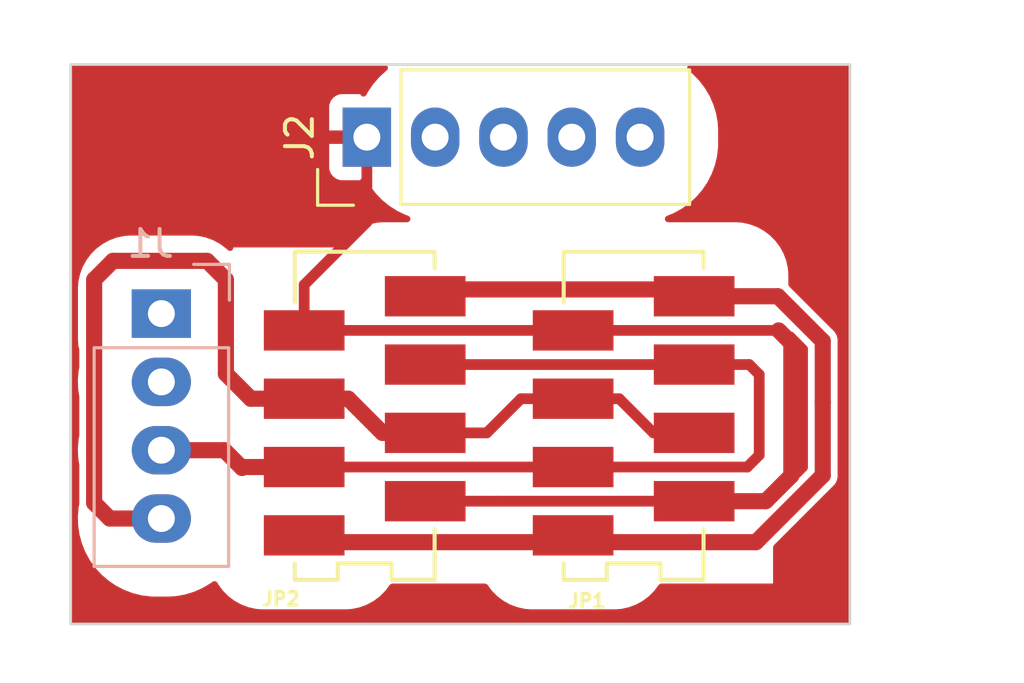
<source format=kicad_pcb>
(kicad_pcb (version 20221018) (generator pcbnew)
  (layers (0 "F.Cu" signal) (31 "B.Cu" signal) (34 "B.Paste" user) (35 "F.Paste" user) (36 "B.SilkS" user "B.Silkscreen") (37 "F.SilkS" user "F.Silkscreen") (38 "B.Mask" user) (39 "F.Mask" user) (44 "Edge.Cuts" user))
  (net 0 "")
  (net 3 "/CAN_L")
  (net 4 "/CAN_H")
  (net 8 "GND")
  (footprint "micromatch 8P.PcbLib:MM 8 CMS F" (layer "F.Cu") (at 144.710404 92.305208 -90)
    (fp_text reference "JP1" (at 2.729992 0.250004 unlocked) (layer "F.SilkS") (effects (font (size 0.5 0.5) (thickness 0.125)) (justify left bottom)))
    (fp_text value "Can_1" hide)
    (fp_line (start -10.545 0.349999) (end -10.545 -4.850001) (stroke (width 0.1524)) (layer "F.SilkS"))
    (fp_line (start -9.9314 -4.850001) (end -10.545 -4.850001) (stroke (width 0.1524)) (layer "F.SilkS"))
    (fp_line (start -8.6614 0.349999) (end -10.545 0.349999) (stroke (width 0.1524)) (layer "F.SilkS"))
    (fp_line (start 1.0414 -1.25) (end 1.0414 -3.250001) (stroke (width 0.1524)) (layer "F.SilkS"))
    (fp_line (start 1.655001 -4.850001) (end -0.2286 -4.850001) (stroke (width 0.1524)) (layer "F.SilkS"))
    (fp_line (start 1.655001 -3.250001) (end 1.0414 -3.250001) (stroke (width 0.1524)) (layer "F.SilkS"))
    (fp_line (start 1.655001 -3.250001) (end 1.655001 -4.850001) (stroke (width 0.1524)) (layer "F.SilkS"))
    (fp_line (start 1.655001 -1.25) (end 1.0414 -1.25) (stroke (width 0.1524)) (layer "F.SilkS"))
    (fp_line (start 1.655001 0.349999) (end 1.0414 0.349999) (stroke (width 0.1524)) (layer "F.SilkS"))
    (fp_line (start 1.655001 0.349999) (end 1.655001 -1.25) (stroke (width 0.1524)) (layer "F.SilkS"))
    (pad "1" smd rect (at 0 0 270) (size 1.5 3) (layers "F.Cu" "F.Paste" "F.Mask"))
    (pad "2" smd rect (at -1.27 -4.500001 270) (size 1.5 3) (layers "F.Cu" "F.Paste" "F.Mask") (net 8 "GND"))
    (pad "3" smd rect (at -2.54 0 270) (size 1.5 3) (layers "F.Cu" "F.Paste" "F.Mask") (net 3 "/CAN_L"))
    (pad "4" smd rect (at -3.81 -4.500001 270) (size 1.5 3) (layers "F.Cu" "F.Paste" "F.Mask") (net 4 "/CAN_H"))
    (pad "5" smd rect (at -5.08 0 270) (size 1.5 3) (layers "F.Cu" "F.Paste" "F.Mask") (net 4 "/CAN_H"))
    (pad "6" smd rect (at -6.35 -4.500001 270) (size 1.5 3) (layers "F.Cu" "F.Paste" "F.Mask") (net 3 "/CAN_L"))
    (pad "7" smd rect (at -7.62 0 270) (size 1.499997 3) (layers "F.Cu" "F.Paste" "F.Mask") (net 8 "GND"))
    (pad "8" smd rect (at -8.89 -4.500001 270) (size 1.499997 3) (layers "F.Cu" "F.Paste" "F.Mask"))
  )
  (footprint "FootprintGamelGe2_v6:Autocom5" (layer "F.Cu") (at 137.04 77.5 90)
    (fp_text reference "J2" (at 0 -2.5 90) (layer "F.SilkS"))
    (fp_text value "Autocom5")
    (fp_line (start -2.53 -1.83) (end -1.2 -1.83) (stroke (width 0.12)) (layer "F.SilkS"))
    (fp_line (start -2.53 -0.5) (end -2.53 -1.83) (stroke (width 0.12)) (layer "F.SilkS"))
    (fp_line (start -2.5 1.27) (end -2.5 12) (stroke (width 0.12)) (layer "F.SilkS"))
    (fp_line (start -2.5 1.27) (end 2.5 1.27) (stroke (width 0.12)) (layer "F.SilkS"))
    (fp_line (start -2.5 12) (end 2.5 12) (stroke (width 0.12)) (layer "F.SilkS"))
    (fp_line (start 2.5 1.27) (end 2.5 12) (stroke (width 0.12)) (layer "F.SilkS"))
    (pad "1" thru_hole rect (at 0 0 90) (size 2.2 1.8) (drill 1) (layers "*.Cu" "*.Mask") (net 8 "GND"))
    (pad "2" thru_hole oval (at 0 2.54 90) (size 2.2 1.8) (drill 1) (layers "*.Cu" "*.Mask"))
    (pad "3" thru_hole oval (at 0 5.08 90) (size 2.2 1.8) (drill 1) (layers "*.Cu" "*.Mask"))
    (pad "4" thru_hole oval (at 0 7.62 90) (size 2.2 1.8) (drill 1) (layers "*.Cu" "*.Mask"))
    (pad "5" thru_hole oval (at 0 10.16 90) (size 2.2 1.8) (drill 1) (layers "*.Cu" "*.Mask"))
  )
  (footprint "micromatch 8P.PcbLib:MM 8 CMS F" (layer "F.Cu") (at 134.710404 92.305208 -90)
    (fp_text reference "JP2" (at 2.655992 1.623004 unlocked) (layer "F.SilkS") (effects (font (size 0.5 0.5) (thickness 0.125)) (justify left bottom)))
    (fp_text value "Can_2" hide)
    (fp_line (start -10.545 0.349999) (end -10.545 -4.85) (stroke (width 0.1524)) (layer "F.SilkS"))
    (fp_line (start -9.9314 -4.85) (end -10.545 -4.85) (stroke (width 0.1524)) (layer "F.SilkS"))
    (fp_line (start -8.6614 0.349999) (end -10.545 0.349999) (stroke (width 0.1524)) (layer "F.SilkS"))
    (fp_line (start 1.0414 -1.25) (end 1.0414 -3.250001) (stroke (width 0.1524)) (layer "F.SilkS"))
    (fp_line (start 1.655001 -4.85) (end -0.2286 -4.85) (stroke (width 0.1524)) (layer "F.SilkS"))
    (fp_line (start 1.655001 -3.250001) (end 1.0414 -3.250001) (stroke (width 0.1524)) (layer "F.SilkS"))
    (fp_line (start 1.655001 -3.250001) (end 1.655001 -4.85) (stroke (width 0.1524)) (layer "F.SilkS"))
    (fp_line (start 1.655001 -1.25) (end 1.0414 -1.25) (stroke (width 0.1524)) (layer "F.SilkS"))
    (fp_line (start 1.655001 0.349999) (end 1.0414 0.349999) (stroke (width 0.1524)) (layer "F.SilkS"))
    (fp_line (start 1.655001 0.349999) (end 1.655001 -1.25) (stroke (width 0.1524)) (layer "F.SilkS"))
    (pad "1" smd rect (at 0 0 270) (size 1.5 3) (layers "F.Cu" "F.Paste" "F.Mask"))
    (pad "2" smd rect (at -1.27 -4.500001 270) (size 1.5 3) (layers "F.Cu" "F.Paste" "F.Mask") (net 8 "GND"))
    (pad "3" smd rect (at -2.54 0 270) (size 1.5 3) (layers "F.Cu" "F.Paste" "F.Mask") (net 3 "/CAN_L"))
    (pad "4" smd rect (at -3.81 -4.500001 270) (size 1.5 3) (layers "F.Cu" "F.Paste" "F.Mask") (net 4 "/CAN_H"))
    (pad "5" smd rect (at -5.08 0 270) (size 1.5 3) (layers "F.Cu" "F.Paste" "F.Mask") (net 4 "/CAN_H"))
    (pad "6" smd rect (at -6.35 -4.500001 270) (size 1.5 3) (layers "F.Cu" "F.Paste" "F.Mask") (net 3 "/CAN_L"))
    (pad "7" smd rect (at -7.62 0 270) (size 1.499997 3) (layers "F.Cu" "F.Paste" "F.Mask") (net 8 "GND"))
    (pad "8" smd rect (at -8.89 -4.500001 270) (size 1.499997 3) (layers "F.Cu" "F.Paste" "F.Mask"))
  )
  (footprint "FootprintGamelGe2_v6:Autocom4" (layer "B.Cu") (at 129.4 84.06 180)
    (fp_text reference "J1" (at 0.4 2.6) (layer "B.SilkS") (effects (justify mirror)))
    (fp_text value "Autocom4")
    (fp_line (start -2.53 0.5) (end -2.53 1.83) (stroke (width 0.12)) (layer "B.SilkS"))
    (fp_line (start -2.53 1.83) (end -1.2 1.83) (stroke (width 0.12)) (layer "B.SilkS"))
    (fp_line (start -2.5 -9.4) (end 2.5 -9.4) (stroke (width 0.12)) (layer "B.SilkS"))
    (fp_line (start -2.5 -1.27) (end -2.5 -9.4) (stroke (width 0.12)) (layer "B.SilkS"))
    (fp_line (start -2.5 -1.27) (end 2.5 -1.27) (stroke (width 0.12)) (layer "B.SilkS"))
    (fp_line (start 2.5 -1.3) (end 2.5 -9.4) (stroke (width 0.12)) (layer "B.SilkS"))
    (pad "1" thru_hole rect (at 0 0 180) (size 2.2 1.8) (drill 1) (layers "*.Cu" "*.Mask"))
    (pad "2" thru_hole oval (at 0 -2.54 180) (size 2.2 1.8) (drill 1) (layers "*.Cu" "*.Mask"))
    (pad "3" thru_hole oval (at 0 -5.08 180) (size 2.2 1.8) (drill 1) (layers "*.Cu" "*.Mask") (net 3 "/CAN_L"))
    (pad "4" thru_hole oval (at 0 -7.62 180) (size 2.2 1.8) (drill 1) (layers "*.Cu" "*.Mask") (net 4 "/CAN_H"))
  )
  (gr_rect (start 126.03 74.8) (end 155 95.6) (stroke (width 0.1)) (fill none) (layer "Edge.Cuts"))
  (segment (start 139.464405 83.161208) (end 148.956405 83.161208) (width 0.6) (layer "F.Cu") (net 0))
  (segment (start 144.964404 92.559208) (end 151.508047 92.559208) (width 0.6) (layer "F.Cu") (net 0))
  (segment (start 151.508047 92.559208) (end 153.9916 90.075655) (width 0.6) (layer "F.Cu") (net 0))
  (segment (start 153.9916 90.075655) (end 153.9916 87.362404) (width 0.6) (layer "F.Cu") (net 0))
  (segment (start 134.710404 92.305208) (end 134.964404 92.559208) (width 0.6) (layer "F.Cu") (net 0))
  (segment (start 149.210405 83.415208) (end 152.326208 83.415208) (width 0.6) (layer "F.Cu") (net 0))
  (segment (start 134.964404 92.559208) (end 144.456404 92.559208) (width 0.6) (layer "F.Cu") (net 0))
  (segment (start 144.456404 92.559208) (end 144.710404 92.305208) (width 0.6) (layer "F.Cu") (net 0))
  (segment (start 153.9916 87.362404) (end 153.9916 85.0806) (width 0.6) (layer "F.Cu") (net 0))
  (segment (start 144.710404 92.305208) (end 144.964404 92.559208) (width 0.6) (layer "F.Cu") (net 0))
  (segment (start 152.326208 83.415208) (end 153.9916 85.0806) (width 0.6) (layer "F.Cu") (net 0))
  (segment (start 139.210405 85.955208) (end 149.210405 85.955208) (width 0.4) (layer "F.Cu") (net 3))
  (segment (start 144.710404 89.765208) (end 151.186591 89.765208) (width 0.4) (layer "F.Cu") (net 3))
  (segment (start 129.4 89.14) (end 131.74 89.14) (width 0.6) (layer "F.Cu") (net 3))
  (segment (start 131.74 89.14) (end 132.4 89.8) (width 0.6) (layer "F.Cu") (net 3))
  (segment (start 151.6294 89.3224) (end 151.6294 86.3252) (width 0.4) (layer "F.Cu") (net 3))
  (segment (start 151.186591 89.765208) (end 151.6294 89.3224) (width 0.4) (layer "F.Cu") (net 3))
  (segment (start 149.210405 85.955208) (end 151.259408 85.955208) (width 0.4) (layer "F.Cu") (net 3))
  (segment (start 132.434792 89.765208) (end 134.710404 89.765208) (width 0.6) (layer "F.Cu") (net 3))
  (segment (start 132.4 89.8) (end 132.434792 89.765208) (width 0.6) (layer "F.Cu") (net 3))
  (segment (start 151.259408 85.955208) (end 151.6294 86.3252) (width 0.4) (layer "F.Cu") (net 3))
  (segment (start 134.710404 89.765208) (end 144.710404 89.765208) (width 0.4) (layer "F.Cu") (net 3))
  (segment (start 134.710389 87.225208) (end 136.350406 87.225208) (width 0.6) (layer "F.Cu") (net 4))
  (segment (start 132.725208 87.225208) (end 134.710404 87.225208) (width 0.6) (layer "F.Cu") (net 4))
  (segment (start 146.425407 87.225208) (end 147.695407 88.495208) (width 0.4) (layer "F.Cu") (net 4))
  (segment (start 131.8 82.8) (end 131.8 86.3) (width 0.6) (layer "F.Cu") (net 4))
  (segment (start 144.710404 87.225208) (end 146.425407 87.225208) (width 0.4) (layer "F.Cu") (net 4))
  (segment (start 141.500403 88.495208) (end 142.770403 87.225208) (width 0.4) (layer "F.Cu") (net 4))
  (segment (start 127.48 91.68) (end 126.9 91.1) (width 0.6) (layer "F.Cu") (net 4))
  (segment (start 136.350406 87.225208) (end 137.620406 88.495208) (width 0.6) (layer "F.Cu") (net 4))
  (segment (start 142.770403 87.225208) (end 144.710404 87.225208) (width 0.4) (layer "F.Cu") (net 4))
  (segment (start 126.9 82.8) (end 127.6 82.1) (width 0.6) (layer "F.Cu") (net 4))
  (segment (start 127.6 82.1) (end 131.1 82.1) (width 0.6) (layer "F.Cu") (net 4))
  (segment (start 133.7097 87.5063) (end 134.429297 87.5063) (width 0.4) (layer "F.Cu") (net 4))
  (segment (start 139.210405 88.495208) (end 141.500403 88.495208) (width 0.4) (layer "F.Cu") (net 4))
  (segment (start 134.429297 87.5063) (end 134.710389 87.225208) (width 0.4) (layer "F.Cu") (net 4))
  (segment (start 131.1 82.1) (end 131.8 82.8) (width 0.6) (layer "F.Cu") (net 4))
  (segment (start 126.9 91.1) (end 126.9 82.8) (width 0.6) (layer "F.Cu") (net 4))
  (segment (start 129.4 91.68) (end 127.48 91.68) (width 0.6) (layer "F.Cu") (net 4))
  (segment (start 147.695407 88.495208) (end 149.210405 88.495208) (width 0.4) (layer "F.Cu") (net 4))
  (segment (start 137.620406 88.495208) (end 139.210405 88.495208) (width 0.6) (layer "F.Cu") (net 4))
  (segment (start 131.8 86.3) (end 132.725208 87.225208) (width 0.6) (layer "F.Cu") (net 4))
  (segment (start 134.710404 84.685208) (end 144.710404 84.685208) (width 0.4) (layer "F.Cu") (net 8))
  (segment (start 152.351608 84.685208) (end 152.8232 85.1568) (width 0.6) (layer "F.Cu") (net 8))
  (segment (start 134.710404 82.989596) (end 137.04 80.66) (width 0.4) (layer "F.Cu") (net 8))
  (segment (start 134.710404 84.685208) (end 134.710404 82.989596) (width 0.4) (layer "F.Cu") (net 8))
  (segment (start 141.9104 91.035208) (end 149.210405 91.035208) (width 0.4) (layer "F.Cu") (net 8))
  (segment (start 149.210405 91.035208) (end 151.872391 91.035208) (width 0.6) (layer "F.Cu") (net 8))
  (segment (start 137.04 80.66) (end 137.04 77.5) (width 0.4) (layer "F.Cu") (net 8))
  (segment (start 151.872391 91.035208) (end 152.8232 90.0844) (width 0.6) (layer "F.Cu") (net 8))
  (segment (start 139.210405 91.035208) (end 141.885398 91.035208) (width 0.4) (layer "F.Cu") (net 8))
  (segment (start 144.710404 84.685208) (end 152.351608 84.685208) (width 0.4) (layer "F.Cu") (net 8))
  (segment (start 152.8232 90.0844) (end 152.8232 85.1568) (width 0.6) (layer "F.Cu") (net 8))
  (zone (net 0) (net_name "") (layer "F.Cu") (connect_pads (clearance 0)) (min_thickness 0.254)
    (keepout (tracks allowed) (vias allowed) (pads allowed) (copperpour not_allowed) (footprints allowed))
    (fill (thermal_gap 0.508) (thermal_bridge_width 0.508))
    (polygon (pts (xy 132.077796 81.6) (xy 132.077796 94.0968) (xy 152.143796 94.0968) (xy 152.143796 81.6)))
  )
  (zone (net 8) (net_name "GND") (layer "F.Cu") (connect_pads (clearance 0.5)) (min_thickness 0.25) (fill yes (thermal_gap 0.5) (thermal_bridge_width 0.5))
    (polygon (pts (xy 125.1 72.4) (xy 123.4 74.1) (xy 123.4 96.5) (xy 124.7 97.8) (xy 156.2 97.8) (xy 158.7 95.3) (xy 161.496563 74.596563) (xy 159.654389 73.254389) (xy 157.6 72.4)))
  )
)
</source>
